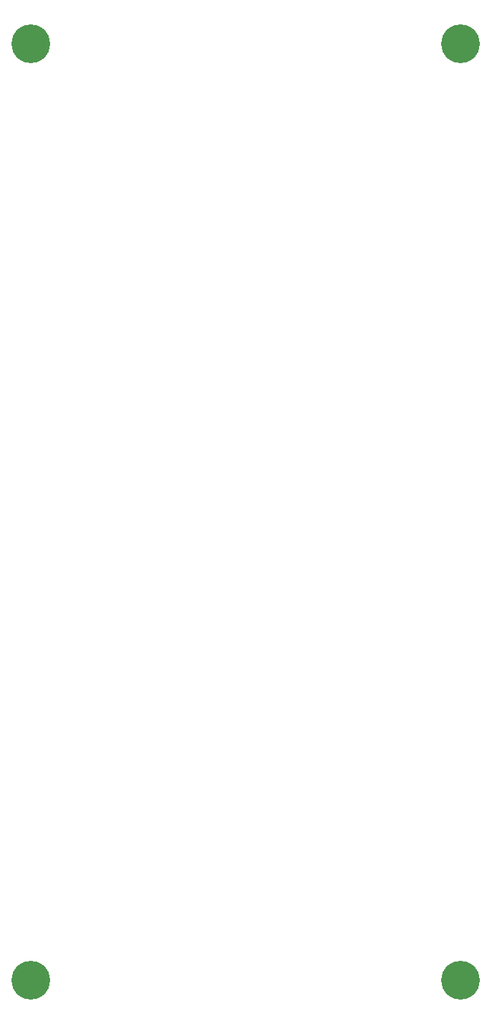
<source format=gbr>
%TF.GenerationSoftware,KiCad,Pcbnew,8.0.6*%
%TF.CreationDate,2025-03-02T16:11:29-08:00*%
%TF.ProjectId,dpx_faded_FP,6470785f-6661-4646-9564-5f46502e6b69,rev?*%
%TF.SameCoordinates,Original*%
%TF.FileFunction,Copper,L1,Top*%
%TF.FilePolarity,Positive*%
%FSLAX46Y46*%
G04 Gerber Fmt 4.6, Leading zero omitted, Abs format (unit mm)*
G04 Created by KiCad (PCBNEW 8.0.6) date 2025-03-02 16:11:29*
%MOMM*%
%LPD*%
G01*
G04 APERTURE LIST*
%TA.AperFunction,ViaPad*%
%ADD10C,4.572010*%
%TD*%
G04 APERTURE END LIST*
D10*
%TO.N,*%
X110250000Y-171330000D03*
X110250000Y-60840000D03*
X59450000Y-171330000D03*
X59450000Y-60840000D03*
%TD*%
M02*

</source>
